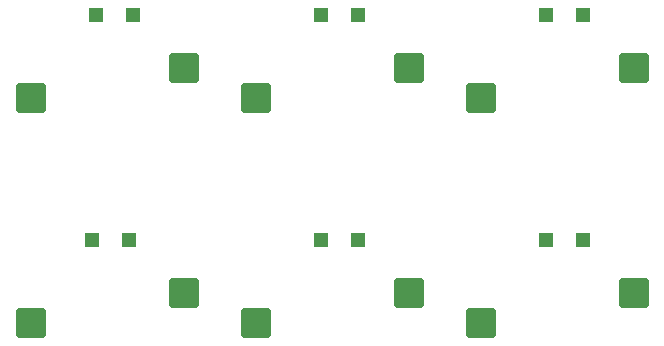
<source format=gbr>
%TF.GenerationSoftware,KiCad,Pcbnew,(6.0.4)*%
%TF.CreationDate,2022-04-16T12:25:48+05:30*%
%TF.ProjectId,another one,616e6f74-6865-4722-906f-6e652e6b6963,rev?*%
%TF.SameCoordinates,Original*%
%TF.FileFunction,Paste,Bot*%
%TF.FilePolarity,Positive*%
%FSLAX46Y46*%
G04 Gerber Fmt 4.6, Leading zero omitted, Abs format (unit mm)*
G04 Created by KiCad (PCBNEW (6.0.4)) date 2022-04-16 12:25:48*
%MOMM*%
%LPD*%
G01*
G04 APERTURE LIST*
G04 Aperture macros list*
%AMRoundRect*
0 Rectangle with rounded corners*
0 $1 Rounding radius*
0 $2 $3 $4 $5 $6 $7 $8 $9 X,Y pos of 4 corners*
0 Add a 4 corners polygon primitive as box body*
4,1,4,$2,$3,$4,$5,$6,$7,$8,$9,$2,$3,0*
0 Add four circle primitives for the rounded corners*
1,1,$1+$1,$2,$3*
1,1,$1+$1,$4,$5*
1,1,$1+$1,$6,$7*
1,1,$1+$1,$8,$9*
0 Add four rect primitives between the rounded corners*
20,1,$1+$1,$2,$3,$4,$5,0*
20,1,$1+$1,$4,$5,$6,$7,0*
20,1,$1+$1,$6,$7,$8,$9,0*
20,1,$1+$1,$8,$9,$2,$3,0*%
G04 Aperture macros list end*
%ADD10R,1.200000X1.200000*%
%ADD11RoundRect,0.250000X-1.025000X-1.000000X1.025000X-1.000000X1.025000X1.000000X-1.025000X1.000000X0*%
G04 APERTURE END LIST*
D10*
%TO.C,D6*%
X243693750Y-38100000D03*
X246843750Y-38100000D03*
%TD*%
%TO.C,D5*%
X243693750Y-19050000D03*
X246843750Y-19050000D03*
%TD*%
%TO.C,D4*%
X224643750Y-38100000D03*
X227793750Y-38100000D03*
%TD*%
%TO.C,D3*%
X224643750Y-19050000D03*
X227793750Y-19050000D03*
%TD*%
%TO.C,D2*%
X205275000Y-38100000D03*
X208425000Y-38100000D03*
%TD*%
D11*
%TO.C,K6*%
X251110750Y-42545000D03*
X238183750Y-45085000D03*
%TD*%
%TO.C,K5*%
X251110750Y-23495000D03*
X238183750Y-26035000D03*
%TD*%
%TO.C,K4*%
X232060750Y-42545000D03*
X219133750Y-45085000D03*
%TD*%
%TO.C,K3*%
X232060750Y-23495000D03*
X219133750Y-26035000D03*
%TD*%
%TO.C,K2*%
X213010750Y-42545000D03*
X200083750Y-45085000D03*
%TD*%
%TO.C,K1*%
X213010750Y-23495000D03*
X200083750Y-26035000D03*
%TD*%
D10*
%TO.C,D1*%
X208743750Y-19050000D03*
X205593750Y-19050000D03*
%TD*%
M02*

</source>
